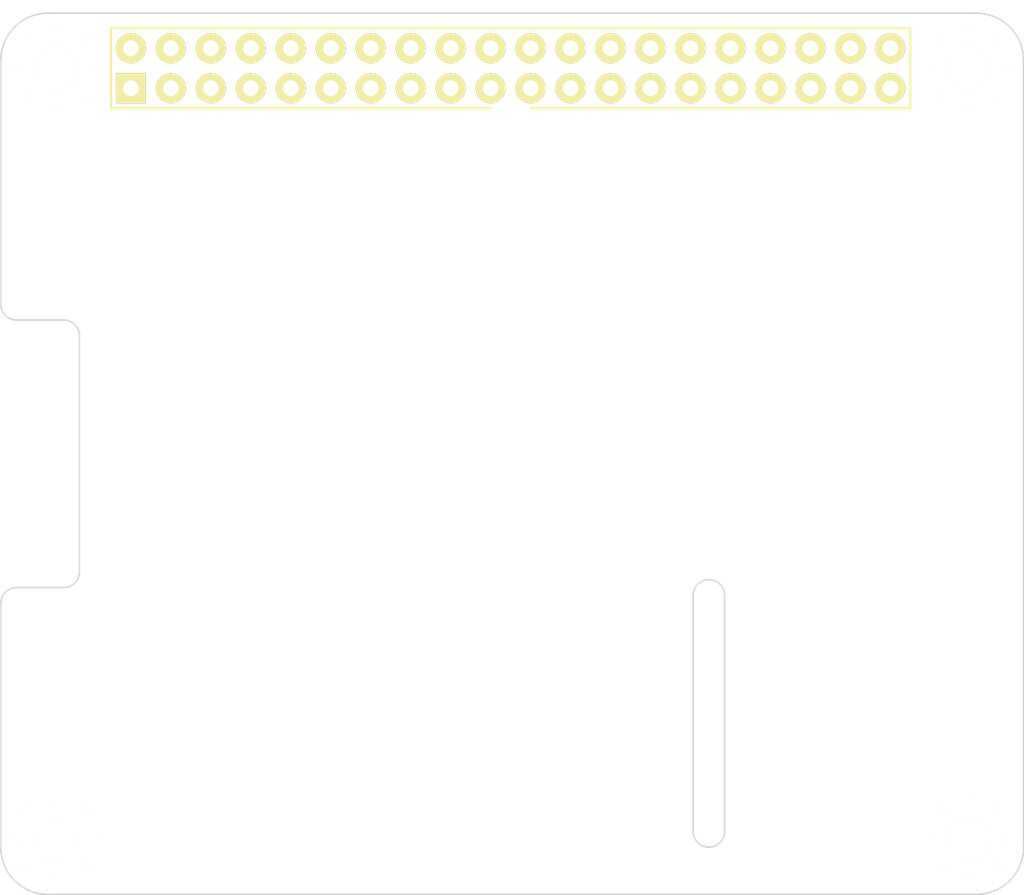
<source format=kicad_pcb>
(kicad_pcb (version 20221018) (generator pcbnew)
  (layers (0 "F.Cu" signal) (31 "B.Cu" signal) (34 "B.Paste" user) (35 "F.Paste" user) (36 "B.SilkS" user "B.Silkscreen") (37 "F.SilkS" user "F.Silkscreen") (38 "B.Mask" user) (39 "F.Mask" user) (44 "Edge.Cuts" user))
  (net 0 "")
  (footprint "agg:M2.5_MOUNT" (layer "F.Cu") (at 172.5 56.5)
    (fp_text reference "REF**" hide)
    (fp_text value "M2.5_MOUNT" hide)
    (pad "" np_thru_hole circle locked (at -2.5 0) (size 0.6 0.6) (drill 0.6) (layers "*.Cu" "*.Mask" "F.SilkS"))
    (pad "" np_thru_hole circle locked (at -1.8 -1.8) (size 0.6 0.6) (drill 0.6) (layers "*.Cu" "*.Mask" "F.SilkS"))
    (pad "" np_thru_hole circle locked (at -1.8 1.8) (size 0.6 0.6) (drill 0.6) (layers "*.Cu" "*.Mask" "F.SilkS"))
    (pad "" np_thru_hole circle locked (at 0 -2.5) (size 0.6 0.6) (drill 0.6) (layers "*.Cu" "*.Mask" "F.SilkS"))
    (pad "" np_thru_hole circle locked (at 0 0) (size 2.75 2.75) (drill 2.75) (layers "*.Cu" "*.Mask" "F.SilkS") (clearance 1.72))
    (pad "" np_thru_hole circle locked (at 0 2.5) (size 0.6 0.6) (drill 0.6) (layers "*.Cu" "*.Mask" "F.SilkS"))
    (pad "" np_thru_hole circle locked (at 1.8 -1.8) (size 0.6 0.6) (drill 0.6) (layers "*.Cu" "*.Mask" "F.SilkS"))
    (pad "" np_thru_hole circle locked (at 1.8 1.8) (size 0.6 0.6) (drill 0.6) (layers "*.Cu" "*.Mask" "F.SilkS"))
    (pad "" np_thru_hole circle locked (at 2.5 0) (size 0.6 0.6) (drill 0.6) (layers "*.Cu" "*.Mask" "F.SilkS"))
  )
  (footprint "agg:M2.5_MOUNT" (layer "F.Cu") (at 114.5 56.5)
    (fp_text reference "REF**" hide)
    (fp_text value "M2.5_MOUNT" hide)
    (pad "" np_thru_hole circle locked (at -2.5 0) (size 0.6 0.6) (drill 0.6) (layers "*.Cu" "*.Mask" "F.SilkS"))
    (pad "" np_thru_hole circle locked (at -1.8 -1.8) (size 0.6 0.6) (drill 0.6) (layers "*.Cu" "*.Mask" "F.SilkS"))
    (pad "" np_thru_hole circle locked (at -1.8 1.8) (size 0.6 0.6) (drill 0.6) (layers "*.Cu" "*.Mask" "F.SilkS"))
    (pad "" np_thru_hole circle locked (at 0 -2.5) (size 0.6 0.6) (drill 0.6) (layers "*.Cu" "*.Mask" "F.SilkS"))
    (pad "" np_thru_hole circle locked (at 0 0) (size 2.75 2.75) (drill 2.75) (layers "*.Cu" "*.Mask" "F.SilkS") (clearance 1.72))
    (pad "" np_thru_hole circle locked (at 0 2.5) (size 0.6 0.6) (drill 0.6) (layers "*.Cu" "*.Mask" "F.SilkS"))
    (pad "" np_thru_hole circle locked (at 1.8 -1.8) (size 0.6 0.6) (drill 0.6) (layers "*.Cu" "*.Mask" "F.SilkS"))
    (pad "" np_thru_hole circle locked (at 1.8 1.8) (size 0.6 0.6) (drill 0.6) (layers "*.Cu" "*.Mask" "F.SilkS"))
    (pad "" np_thru_hole circle locked (at 2.5 0) (size 0.6 0.6) (drill 0.6) (layers "*.Cu" "*.Mask" "F.SilkS"))
  )
  (footprint "agg:M2.5_MOUNT" (layer "F.Cu") (at 114.5 105.5)
    (fp_text reference "REF**" hide)
    (fp_text value "M2.5_MOUNT" hide)
    (pad "" np_thru_hole circle locked (at -2.5 0) (size 0.6 0.6) (drill 0.6) (layers "*.Cu" "*.Mask" "F.SilkS"))
    (pad "" np_thru_hole circle locked (at -1.8 -1.8) (size 0.6 0.6) (drill 0.6) (layers "*.Cu" "*.Mask" "F.SilkS"))
    (pad "" np_thru_hole circle locked (at -1.8 1.8) (size 0.6 0.6) (drill 0.6) (layers "*.Cu" "*.Mask" "F.SilkS"))
    (pad "" np_thru_hole circle locked (at 0 -2.5) (size 0.6 0.6) (drill 0.6) (layers "*.Cu" "*.Mask" "F.SilkS"))
    (pad "" np_thru_hole circle locked (at 0 0) (size 2.75 2.75) (drill 2.75) (layers "*.Cu" "*.Mask" "F.SilkS") (clearance 1.72))
    (pad "" np_thru_hole circle locked (at 0 2.5) (size 0.6 0.6) (drill 0.6) (layers "*.Cu" "*.Mask" "F.SilkS"))
    (pad "" np_thru_hole circle locked (at 1.8 -1.8) (size 0.6 0.6) (drill 0.6) (layers "*.Cu" "*.Mask" "F.SilkS"))
    (pad "" np_thru_hole circle locked (at 1.8 1.8) (size 0.6 0.6) (drill 0.6) (layers "*.Cu" "*.Mask" "F.SilkS"))
    (pad "" np_thru_hole circle locked (at 2.5 0) (size 0.6 0.6) (drill 0.6) (layers "*.Cu" "*.Mask" "F.SilkS"))
  )
  (footprint "agg:M2.5_MOUNT" (layer "F.Cu") (at 172.5 105.5)
    (fp_text reference "REF**" hide)
    (fp_text value "M2.5_MOUNT" hide)
    (pad "" np_thru_hole circle locked (at -2.5 0) (size 0.6 0.6) (drill 0.6) (layers "*.Cu" "*.Mask" "F.SilkS"))
    (pad "" np_thru_hole circle locked (at -1.8 -1.8) (size 0.6 0.6) (drill 0.6) (layers "*.Cu" "*.Mask" "F.SilkS"))
    (pad "" np_thru_hole circle locked (at -1.8 1.8) (size 0.6 0.6) (drill 0.6) (layers "*.Cu" "*.Mask" "F.SilkS"))
    (pad "" np_thru_hole circle locked (at 0 -2.5) (size 0.6 0.6) (drill 0.6) (layers "*.Cu" "*.Mask" "F.SilkS"))
    (pad "" np_thru_hole circle locked (at 0 0) (size 2.75 2.75) (drill 2.75) (layers "*.Cu" "*.Mask" "F.SilkS") (clearance 1.72))
    (pad "" np_thru_hole circle locked (at 0 2.5) (size 0.6 0.6) (drill 0.6) (layers "*.Cu" "*.Mask" "F.SilkS"))
    (pad "" np_thru_hole circle locked (at 1.8 -1.8) (size 0.6 0.6) (drill 0.6) (layers "*.Cu" "*.Mask" "F.SilkS"))
    (pad "" np_thru_hole circle locked (at 1.8 1.8) (size 0.6 0.6) (drill 0.6) (layers "*.Cu" "*.Mask" "F.SilkS"))
    (pad "" np_thru_hole circle locked (at 2.5 0) (size 0.6 0.6) (drill 0.6) (layers "*.Cu" "*.Mask" "F.SilkS"))
  )
  (footprint "agg:DIL-254P-40" (layer "F.Cu") (at 143.4 56.5)
    (fp_text reference "REF**")
    (fp_text value "DIL-254P-40")
    (fp_line (start -25.4 -2.54) (end 25.4 -2.54) (stroke (width 0.15)) (layer "F.SilkS"))
    (fp_line (start -25.4 2.54) (end -25.4 -2.54) (stroke (width 0.15)) (layer "F.SilkS"))
    (fp_line (start -1.27 2.54) (end -25.4 2.54) (stroke (width 0.15)) (layer "F.SilkS"))
    (fp_line (start 25.4 -2.54) (end 25.4 2.54) (stroke (width 0.15)) (layer "F.SilkS"))
    (fp_line (start 25.4 2.54) (end 1.27 2.54) (stroke (width 0.15)) (layer "F.SilkS"))
    (pad "1" thru_hole rect locked (at -24.13 1.27) (size 1.9 1.9) (drill 1) (layers "*.Cu" "*.Mask" "F.SilkS"))
    (pad "2" thru_hole circle locked (at -24.13 -1.27) (size 1.9 1.9) (drill 1) (layers "*.Cu" "*.Mask" "F.SilkS"))
    (pad "3" thru_hole circle locked (at -21.59 1.27) (size 1.9 1.9) (drill 1) (layers "*.Cu" "*.Mask" "F.SilkS"))
    (pad "4" thru_hole circle locked (at -21.59 -1.27) (size 1.9 1.9) (drill 1) (layers "*.Cu" "*.Mask" "F.SilkS"))
    (pad "5" thru_hole circle locked (at -19.05 1.27) (size 1.9 1.9) (drill 1) (layers "*.Cu" "*.Mask" "F.SilkS"))
    (pad "6" thru_hole circle locked (at -19.05 -1.27) (size 1.9 1.9) (drill 1) (layers "*.Cu" "*.Mask" "F.SilkS"))
    (pad "7" thru_hole circle locked (at -16.51 1.27) (size 1.9 1.9) (drill 1) (layers "*.Cu" "*.Mask" "F.SilkS"))
    (pad "8" thru_hole circle locked (at -16.51 -1.27) (size 1.9 1.9) (drill 1) (layers "*.Cu" "*.Mask" "F.SilkS"))
    (pad "9" thru_hole circle locked (at -13.97 1.27) (size 1.9 1.9) (drill 1) (layers "*.Cu" "*.Mask" "F.SilkS"))
    (pad "10" thru_hole circle locked (at -13.97 -1.27) (size 1.9 1.9) (drill 1) (layers "*.Cu" "*.Mask" "F.SilkS"))
    (pad "11" thru_hole circle locked (at -11.43 1.27) (size 1.9 1.9) (drill 1) (layers "*.Cu" "*.Mask" "F.SilkS"))
    (pad "12" thru_hole circle locked (at -11.43 -1.27) (size 1.9 1.9) (drill 1) (layers "*.Cu" "*.Mask" "F.SilkS"))
    (pad "13" thru_hole circle locked (at -8.89 1.27) (size 1.9 1.9) (drill 1) (layers "*.Cu" "*.Mask" "F.SilkS"))
    (pad "14" thru_hole circle locked (at -8.89 -1.27) (size 1.9 1.9) (drill 1) (layers "*.Cu" "*.Mask" "F.SilkS"))
    (pad "15" thru_hole circle locked (at -6.35 1.27) (size 1.9 1.9) (drill 1) (layers "*.Cu" "*.Mask" "F.SilkS"))
    (pad "16" thru_hole circle locked (at -6.35 -1.27) (size 1.9 1.9) (drill 1) (layers "*.Cu" "*.Mask" "F.SilkS"))
    (pad "17" thru_hole circle locked (at -3.81 1.27) (size 1.9 1.9) (drill 1) (layers "*.Cu" "*.Mask" "F.SilkS"))
    (pad "18" thru_hole circle locked (at -3.81 -1.27) (size 1.9 1.9) (drill 1) (layers "*.Cu" "*.Mask" "F.SilkS"))
    (pad "19" thru_hole circle locked (at -1.27 1.27) (size 1.9 1.9) (drill 1) (layers "*.Cu" "*.Mask" "F.SilkS"))
    (pad "20" thru_hole circle locked (at -1.27 -1.27) (size 1.9 1.9) (drill 1) (layers "*.Cu" "*.Mask" "F.SilkS"))
    (pad "21" thru_hole circle locked (at 1.27 1.27) (size 1.9 1.9) (drill 1) (layers "*.Cu" "*.Mask" "F.SilkS"))
    (pad "22" thru_hole circle locked (at 1.27 -1.27) (size 1.9 1.9) (drill 1) (layers "*.Cu" "*.Mask" "F.SilkS"))
    (pad "23" thru_hole circle locked (at 3.81 1.27) (size 1.9 1.9) (drill 1) (layers "*.Cu" "*.Mask" "F.SilkS"))
    (pad "24" thru_hole circle locked (at 3.81 -1.27) (size 1.9 1.9) (drill 1) (layers "*.Cu" "*.Mask" "F.SilkS"))
    (pad "25" thru_hole circle locked (at 6.35 1.27) (size 1.9 1.9) (drill 1) (layers "*.Cu" "*.Mask" "F.SilkS"))
    (pad "26" thru_hole circle locked (at 6.35 -1.27) (size 1.9 1.9) (drill 1) (layers "*.Cu" "*.Mask" "F.SilkS"))
    (pad "27" thru_hole circle locked (at 8.89 1.27) (size 1.9 1.9) (drill 1) (layers "*.Cu" "*.Mask" "F.SilkS"))
    (pad "28" thru_hole circle locked (at 8.89 -1.27) (size 1.9 1.9) (drill 1) (layers "*.Cu" "*.Mask" "F.SilkS"))
    (pad "29" thru_hole circle locked (at 11.43 1.27) (size 1.9 1.9) (drill 1) (layers "*.Cu" "*.Mask" "F.SilkS"))
    (pad "30" thru_hole circle locked (at 11.43 -1.27) (size 1.9 1.9) (drill 1) (layers "*.Cu" "*.Mask" "F.SilkS"))
    (pad "31" thru_hole circle locked (at 13.97 1.27) (size 1.9 1.9) (drill 1) (layers "*.Cu" "*.Mask" "F.SilkS"))
    (pad "32" thru_hole circle locked (at 13.97 -1.27) (size 1.9 1.9) (drill 1) (layers "*.Cu" "*.Mask" "F.SilkS"))
    (pad "33" thru_hole circle locked (at 16.51 1.27) (size 1.9 1.9) (drill 1) (layers "*.Cu" "*.Mask" "F.SilkS"))
    (pad "34" thru_hole circle locked (at 16.51 -1.27) (size 1.9 1.9) (drill 1) (layers "*.Cu" "*.Mask" "F.SilkS"))
    (pad "35" thru_hole circle locked (at 19.05 1.27) (size 1.9 1.9) (drill 1) (layers "*.Cu" "*.Mask" "F.SilkS"))
    (pad "36" thru_hole circle locked (at 19.05 -1.27) (size 1.9 1.9) (drill 1) (layers "*.Cu" "*.Mask" "F.SilkS"))
    (pad "37" thru_hole circle locked (at 21.59 1.27) (size 1.9 1.9) (drill 1) (layers "*.Cu" "*.Mask" "F.SilkS"))
    (pad "38" thru_hole circle locked (at 21.59 -1.27) (size 1.9 1.9) (drill 1) (layers "*.Cu" "*.Mask" "F.SilkS"))
    (pad "39" thru_hole circle locked (at 24.13 1.27) (size 1.9 1.9) (drill 1) (layers "*.Cu" "*.Mask" "F.SilkS"))
    (pad "40" thru_hole circle locked (at 24.13 -1.27) (size 1.9 1.9) (drill 1) (layers "*.Cu" "*.Mask" "F.SilkS"))
  )
  (gr_line (start 155 105) (end 155 90) (stroke (width 0.1)) (layer "Edge.Cuts"))
  (gr_line (start 176 106) (end 176 56) (stroke (width 0.1)) (layer "Edge.Cuts"))
  (gr_arc (start 111 56) (mid 111.87868 53.87868) (end 114 53) (stroke (width 0.1)) (layer "Edge.Cuts"))
  (gr_line (start 157 105) (end 157 90) (stroke (width 0.1)) (layer "Edge.Cuts"))
  (gr_arc (start 157 105) (mid 156 106) (end 155 105) (stroke (width 0.1)) (layer "Edge.Cuts"))
  (gr_arc (start 111 90.5) (mid 111.292893 89.792893) (end 112 89.5) (stroke (width 0.1)) (layer "Edge.Cuts"))
  (gr_line (start 114 53) (end 173 53) (stroke (width 0.1)) (layer "Edge.Cuts"))
  (gr_line (start 115 72.5) (end 112 72.5) (stroke (width 0.1)) (layer "Edge.Cuts"))
  (gr_arc (start 112 72.5) (mid 111.292893 72.207107) (end 111 71.5) (stroke (width 0.1)) (layer "Edge.Cuts"))
  (gr_line (start 111 90.5) (end 111 106) (stroke (width 0.1)) (layer "Edge.Cuts"))
  (gr_arc (start 176 106) (mid 175.12132 108.12132) (end 173 109) (stroke (width 0.1)) (layer "Edge.Cuts"))
  (gr_arc (start 116 88.5) (mid 115.707107 89.207107) (end 115 89.5) (stroke (width 0.1)) (layer "Edge.Cuts"))
  (gr_line (start 116 88.5) (end 116 73.5) (stroke (width 0.1)) (layer "Edge.Cuts"))
  (gr_arc (start 155 90) (mid 156 89) (end 157 90) (stroke (width 0.1)) (layer "Edge.Cuts"))
  (gr_line (start 115 89.5) (end 112 89.5) (stroke (width 0.1)) (layer "Edge.Cuts"))
  (gr_line (start 114 109) (end 173 109) (stroke (width 0.1)) (layer "Edge.Cuts"))
  (gr_arc (start 173 53) (mid 175.12132 53.87868) (end 176 56) (stroke (width 0.1)) (layer "Edge.Cuts"))
  (gr_arc (start 115 72.5) (mid 115.707107 72.792893) (end 116 73.5) (stroke (width 0.1)) (layer "Edge.Cuts"))
  (gr_line (start 111 56) (end 111 71.5) (stroke (width 0.1)) (layer "Edge.Cuts"))
  (gr_arc (start 114 109) (mid 111.87868 108.12132) (end 111 106) (stroke (width 0.1)) (layer "Edge.Cuts"))
)
</source>
